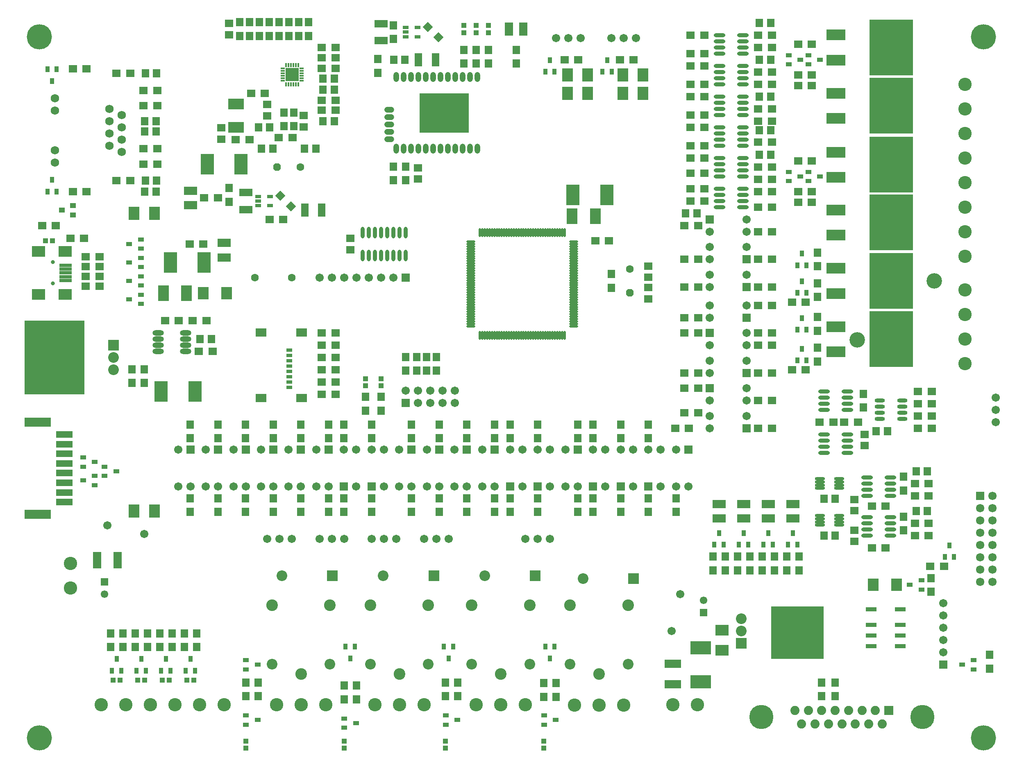
<source format=gts>
%FSAX44Y44*%
%MOMM*%
G71*
G01*
G75*
G04 Layer_Color=8388736*
%ADD10R,0.8000X0.8000*%
%ADD11R,1.3500X1.5000*%
%ADD12R,0.7000X1.0000*%
%ADD13R,1.0000X0.7000*%
%ADD14R,3.8100X2.0300*%
%ADD15R,8.8900X11.4300*%
%ADD16R,1.5000X1.3500*%
%ADD17O,1.6500X0.3000*%
%ADD18O,0.3000X1.6500*%
G04:AMPARAMS|DCode=19|XSize=1mm|YSize=1.85mm|CornerRadius=0.5mm|HoleSize=0mm|Usage=FLASHONLY|Rotation=0.000|XOffset=0mm|YOffset=0mm|HoleType=Round|Shape=RoundedRectangle|*
%AMROUNDEDRECTD19*
21,1,1.0000,0.8500,0,0,0.0*
21,1,0.0000,1.8500,0,0,0.0*
1,1,1.0000,0.0000,-0.4250*
1,1,1.0000,0.0000,-0.4250*
1,1,1.0000,0.0000,0.4250*
1,1,1.0000,0.0000,0.4250*
%
%ADD19ROUNDEDRECTD19*%
%ADD20R,1.4500X1.3500*%
%ADD21R,2.6000X1.5000*%
%ADD22R,2.6000X4.1000*%
%ADD23R,2.5000X2.0000*%
%ADD24R,1.3500X1.4500*%
%ADD25R,2.0000X2.5000*%
%ADD26R,1.5000X3.2000*%
%ADD27R,3.2000X1.5000*%
%ADD28R,0.8000X0.8000*%
%ADD29O,2.2000X0.6000*%
%ADD30R,3.2000X1.2000*%
%ADD31R,5.3000X1.7000*%
%ADD32O,1.9000X0.4100*%
%ADD33R,2.6000X1.3500*%
%ADD34R,1.3500X2.6000*%
%ADD35R,1.0000X0.6000*%
%ADD36R,1.0500X0.6000*%
%ADD37R,2.0000X1.5000*%
G04:AMPARAMS|DCode=38|XSize=1mm|YSize=1.85mm|CornerRadius=0.5mm|HoleSize=0mm|Usage=FLASHONLY|Rotation=90.000|XOffset=0mm|YOffset=0mm|HoleType=Round|Shape=RoundedRectangle|*
%AMROUNDEDRECTD38*
21,1,1.0000,0.8500,0,0,90.0*
21,1,0.0000,1.8500,0,0,90.0*
1,1,1.0000,0.4250,0.0000*
1,1,1.0000,0.4250,0.0000*
1,1,1.0000,-0.4250,0.0000*
1,1,1.0000,-0.4250,0.0000*
%
%ADD38ROUNDEDRECTD38*%
%ADD39R,10.0000X8.0000*%
%ADD40P,1.8385X4X270.0*%
%ADD41R,1.5000X2.6000*%
%ADD42O,0.6000X2.2000*%
%ADD43R,2.1000X2.3000*%
%ADD44R,2.0000X0.7000*%
%ADD45R,2.1000X2.9900*%
%ADD46O,2.1500X0.9000*%
%ADD47R,4.1000X2.6000*%
%ADD48R,0.9500X0.9000*%
%ADD49R,0.9500X0.9000*%
%ADD50R,2.5000X2.5000*%
%ADD51O,0.7500X0.2000*%
%ADD52O,0.2000X0.7500*%
%ADD53R,2.9900X2.1000*%
%ADD54R,2.3000X0.5000*%
%ADD55O,1.9000X0.6000*%
%ADD56C,0.2540*%
%ADD57C,1.0000*%
%ADD58C,4.0000*%
%ADD59C,0.3840*%
%ADD60C,1.5000*%
%ADD61C,0.9000*%
%ADD62C,2.0000*%
%ADD63C,0.8000*%
%ADD64C,0.5000*%
%ADD65C,0.3810*%
%ADD66C,0.5240*%
%ADD67C,0.5080*%
%ADD68R,2.0320X2.1590*%
%ADD69R,3.5560X1.2700*%
%ADD70R,3.3020X1.2700*%
%ADD71R,3.3020X1.3970*%
%ADD72R,1.2700X1.2700*%
%ADD73R,1.9050X1.2946*%
%ADD74R,2.0320X2.0320*%
%ADD75R,1.1569X2.0320*%
%ADD76R,2.5400X1.2700*%
%ADD77R,2.1590X2.1590*%
%ADD78R,0.8890X0.5080*%
%ADD79R,0.8890X1.1430*%
%ADD80R,11.4300X23.4950*%
%ADD81R,11.4300X23.3680*%
%ADD82R,9.9060X12.1920*%
%ADD83R,0.8890X0.6350*%
%ADD84R,6.6040X3.9370*%
%ADD85R,3.5560X6.4770*%
%ADD86R,2.7940X2.2860*%
%ADD87R,12.4460X15.2400*%
%ADD88R,2.2860X2.2860*%
%ADD89R,3.8100X1.5240*%
%ADD90R,2.2860X11.1760*%
%ADD91R,1.2700X2.2860*%
%ADD92C,5.0000*%
%ADD93R,1.5000X1.5000*%
%ADD94C,1.5000*%
%ADD95C,4.8000*%
%ADD96C,1.6900*%
%ADD97R,1.6900X1.6900*%
%ADD98R,1.5000X1.5000*%
%ADD99P,1.5154X8X112.5*%
%ADD100C,1.4000*%
%ADD101R,1.3500X1.3500*%
%ADD102C,1.3500*%
%ADD103C,2.5400*%
%ADD104P,1.5154X8X22.5*%
%ADD105R,1.5200X1.5200*%
%ADD106C,1.5200*%
%ADD107R,2.0000X2.0000*%
%ADD108C,2.0000*%
%ADD109C,2.2000*%
%ADD110R,2.0000X2.0000*%
%ADD111C,1.5240*%
%ADD112C,0.6000*%
%ADD113C,0.8000*%
%ADD114C,3.0000*%
%ADD115C,2.5000*%
%ADD116C,4.2500*%
%ADD117C,4.0000*%
%ADD118R,2.8000X2.1000*%
%ADD119R,1.9000X0.6000*%
%ADD120R,1.0160X1.2700*%
%ADD121R,1.2805X1.2700*%
%ADD122R,12.7000X12.7000*%
%ADD123R,1.3970X2.0320*%
%ADD124R,2.4130X2.5400*%
%ADD125R,5.5880X2.0320*%
%ADD126C,0.0127*%
%ADD127C,0.2500*%
%ADD128C,0.6000*%
%ADD129C,0.2000*%
%ADD130C,0.1270*%
%ADD131C,0.1000*%
%ADD132C,0.1500*%
%ADD133R,2.7940X0.3810*%
%ADD134R,0.5500X3.9000*%
%ADD135R,2.5400X0.2540*%
%ADD136R,0.2540X2.5400*%
%ADD137R,0.3810X2.7940*%
%ADD138R,0.8000X2.8000*%
%ADD139R,3.9000X0.5500*%
%ADD140R,10.7950X10.7950*%
%ADD141R,1.0032X1.0032*%
%ADD142R,1.5532X1.7032*%
%ADD143R,0.9032X1.2032*%
%ADD144R,1.2032X0.9032*%
%ADD145R,4.0132X2.2332*%
%ADD146R,9.0932X11.6332*%
%ADD147R,1.7032X1.5532*%
%ADD148O,1.8532X0.5032*%
%ADD149O,0.5032X1.8532*%
G04:AMPARAMS|DCode=150|XSize=1.2032mm|YSize=2.0532mm|CornerRadius=0.6016mm|HoleSize=0mm|Usage=FLASHONLY|Rotation=0.000|XOffset=0mm|YOffset=0mm|HoleType=Round|Shape=RoundedRectangle|*
%AMROUNDEDRECTD150*
21,1,1.2032,0.8500,0,0,0.0*
21,1,0.0000,2.0532,0,0,0.0*
1,1,1.2032,0.0000,-0.4250*
1,1,1.2032,0.0000,-0.4250*
1,1,1.2032,0.0000,0.4250*
1,1,1.2032,0.0000,0.4250*
%
%ADD150ROUNDEDRECTD150*%
%ADD151R,1.6532X1.5532*%
%ADD152R,2.8032X1.7032*%
%ADD153R,2.8032X4.3032*%
%ADD154R,2.7032X2.2032*%
%ADD155R,1.5532X1.6532*%
%ADD156R,2.2032X2.7032*%
%ADD157R,1.7032X3.4032*%
%ADD158R,3.4032X1.7032*%
%ADD159R,1.0032X1.0032*%
%ADD160O,2.4032X0.8032*%
%ADD161R,3.4032X1.4032*%
%ADD162R,5.5032X1.9032*%
%ADD163O,2.1032X0.6132*%
%ADD164R,2.8032X1.5532*%
%ADD165R,1.5532X2.8032*%
%ADD166R,1.2032X0.8032*%
%ADD167R,1.2532X0.8032*%
%ADD168R,2.2032X1.7032*%
G04:AMPARAMS|DCode=169|XSize=1.2032mm|YSize=2.0532mm|CornerRadius=0.6016mm|HoleSize=0mm|Usage=FLASHONLY|Rotation=90.000|XOffset=0mm|YOffset=0mm|HoleType=Round|Shape=RoundedRectangle|*
%AMROUNDEDRECTD169*
21,1,1.2032,0.8500,0,0,90.0*
21,1,0.0000,2.0532,0,0,90.0*
1,1,1.2032,0.4250,0.0000*
1,1,1.2032,0.4250,0.0000*
1,1,1.2032,-0.4250,0.0000*
1,1,1.2032,-0.4250,0.0000*
%
%ADD169ROUNDEDRECTD169*%
%ADD170R,10.2032X8.2032*%
%ADD171P,2.1258X4X270.0*%
%ADD172R,1.7032X2.8032*%
%ADD173O,0.8032X2.4032*%
%ADD174R,2.3032X2.5032*%
%ADD175R,2.2032X0.9032*%
%ADD176R,2.3032X3.1932*%
%ADD177O,2.3532X1.1032*%
%ADD178R,4.3032X2.8032*%
%ADD179R,1.1532X1.1032*%
%ADD180R,1.1532X1.1032*%
%ADD181R,2.7032X2.7032*%
%ADD182O,0.9532X0.4032*%
%ADD183O,0.4032X0.9532*%
%ADD184R,3.1932X2.3032*%
%ADD185R,2.5032X0.7032*%
%ADD186O,2.1032X0.8032*%
%ADD187C,5.2032*%
%ADD188R,1.7032X1.7032*%
%ADD189C,1.7032*%
%ADD190C,5.0032*%
%ADD191C,1.8932*%
%ADD192R,1.8932X1.8932*%
%ADD193R,1.7032X1.7032*%
%ADD194P,1.7353X8X112.5*%
%ADD195C,1.6032*%
%ADD196R,1.5532X1.5532*%
%ADD197C,1.5532*%
%ADD198C,2.7432*%
%ADD199P,1.7353X8X22.5*%
%ADD200R,1.7232X1.7232*%
%ADD201C,1.7232*%
%ADD202R,2.2032X2.2032*%
%ADD203C,2.2032*%
%ADD204C,2.4032*%
%ADD205R,2.2032X2.2032*%
%ADD206C,1.7272*%
%ADD207C,0.8032*%
%ADD208C,3.2032*%
%ADD209C,4.2032*%
D87*
X00455930Y01111250D02*
D03*
D140*
X01990725Y00542925D02*
D03*
D141*
X01466850Y00303650D02*
D03*
Y00318650D02*
D03*
X01263650D02*
D03*
Y00303650D02*
D03*
X00850900D02*
D03*
Y00318650D02*
D03*
X01054100Y00303650D02*
D03*
Y00318650D02*
D03*
X01130300Y01067950D02*
D03*
Y01052950D02*
D03*
X01301750Y01798200D02*
D03*
Y01783200D02*
D03*
X01327150Y01798200D02*
D03*
Y01783200D02*
D03*
X01352550Y01798200D02*
D03*
Y01783200D02*
D03*
X01098550Y01052950D02*
D03*
Y01067950D02*
D03*
D142*
X00816610Y01433550D02*
D03*
Y01462050D02*
D03*
X01155700Y01770100D02*
D03*
Y01798600D02*
D03*
X01993900Y00700050D02*
D03*
Y00671550D02*
D03*
X01968500Y00671550D02*
D03*
Y00700050D02*
D03*
X01943100Y00700050D02*
D03*
Y00671550D02*
D03*
X01917700Y00671550D02*
D03*
Y00700050D02*
D03*
X01892300Y00700050D02*
D03*
Y00671550D02*
D03*
X01866900Y00671550D02*
D03*
Y00700050D02*
D03*
X01841500Y00700050D02*
D03*
Y00671550D02*
D03*
X01816100Y00671550D02*
D03*
Y00700050D02*
D03*
X01739900Y00820700D02*
D03*
Y00792200D02*
D03*
X01682750Y00792200D02*
D03*
Y00820700D02*
D03*
X01625600Y00792200D02*
D03*
Y00820700D02*
D03*
X01568450Y00792200D02*
D03*
Y00820700D02*
D03*
X02266950Y00655600D02*
D03*
Y00627100D02*
D03*
X01022350Y00944600D02*
D03*
Y00973100D02*
D03*
Y00820700D02*
D03*
Y00792200D02*
D03*
X01130300Y01030250D02*
D03*
Y01001750D02*
D03*
X01111250Y00973100D02*
D03*
Y00944600D02*
D03*
X01606550Y01284250D02*
D03*
Y01255750D02*
D03*
X01536700Y00792200D02*
D03*
Y00820700D02*
D03*
X01365242Y00944600D02*
D03*
Y00973100D02*
D03*
Y00792200D02*
D03*
Y00820700D02*
D03*
X01466850Y00438430D02*
D03*
Y00409930D02*
D03*
X00965192Y00944600D02*
D03*
Y00973100D02*
D03*
Y00792200D02*
D03*
Y00820700D02*
D03*
X01098550Y01030250D02*
D03*
Y01001750D02*
D03*
X01409700Y01719300D02*
D03*
Y01747800D02*
D03*
X01123950Y01728750D02*
D03*
Y01700250D02*
D03*
X01250942Y00944600D02*
D03*
Y00973100D02*
D03*
X01054092Y00792200D02*
D03*
Y00820700D02*
D03*
X01250942D02*
D03*
Y00792200D02*
D03*
X01054092Y00973100D02*
D03*
Y00944600D02*
D03*
X01193792D02*
D03*
Y00973100D02*
D03*
Y00820700D02*
D03*
Y00792200D02*
D03*
X02209800Y00754100D02*
D03*
Y00782600D02*
D03*
X01155700Y01478000D02*
D03*
Y01506500D02*
D03*
X01301750Y01747800D02*
D03*
Y01719300D02*
D03*
X01327150D02*
D03*
Y01747800D02*
D03*
X01352550D02*
D03*
Y01719300D02*
D03*
X02127250Y01008100D02*
D03*
Y01036600D02*
D03*
X02032000Y01328700D02*
D03*
Y01300200D02*
D03*
Y01265200D02*
D03*
Y01236700D02*
D03*
Y01195350D02*
D03*
Y01166850D02*
D03*
Y01103350D02*
D03*
Y01131850D02*
D03*
X01181100Y01478000D02*
D03*
Y01506500D02*
D03*
X00596908Y00512800D02*
D03*
Y00541300D02*
D03*
X00571508Y00512800D02*
D03*
Y00541300D02*
D03*
X00736592Y00820700D02*
D03*
Y00792200D02*
D03*
Y00973100D02*
D03*
Y00944600D02*
D03*
X00647708Y00512800D02*
D03*
Y00541300D02*
D03*
X00622308Y00512800D02*
D03*
Y00541300D02*
D03*
X00793742Y00820700D02*
D03*
Y00792200D02*
D03*
Y00973100D02*
D03*
Y00944600D02*
D03*
X00749308Y00512800D02*
D03*
Y00541300D02*
D03*
X00698508D02*
D03*
Y00512800D02*
D03*
X00723908Y00541300D02*
D03*
Y00512800D02*
D03*
X00673108D02*
D03*
Y00541300D02*
D03*
X00908042Y00820700D02*
D03*
Y00792200D02*
D03*
X00850892D02*
D03*
Y00820700D02*
D03*
X00908042Y00944600D02*
D03*
Y00973100D02*
D03*
X00850892D02*
D03*
Y00944600D02*
D03*
X01308092Y00820700D02*
D03*
Y00792200D02*
D03*
Y00973100D02*
D03*
Y00944600D02*
D03*
X01536700Y00973100D02*
D03*
Y00944600D02*
D03*
X01682750Y00973100D02*
D03*
Y00944600D02*
D03*
X01111250Y00792200D02*
D03*
Y00820700D02*
D03*
X01454150Y00792200D02*
D03*
Y00820700D02*
D03*
X01397000Y00792200D02*
D03*
Y00820700D02*
D03*
X01263650Y00411200D02*
D03*
Y00439700D02*
D03*
X01289050Y00411200D02*
D03*
Y00439700D02*
D03*
X01492250Y00438430D02*
D03*
Y00409930D02*
D03*
X01079500Y00433350D02*
D03*
Y00404850D02*
D03*
X01054100Y00433350D02*
D03*
Y00404850D02*
D03*
X00876300Y00411200D02*
D03*
Y00439700D02*
D03*
X00850900Y00411200D02*
D03*
Y00439700D02*
D03*
X00615950Y01058900D02*
D03*
Y01087400D02*
D03*
X00641350Y01058900D02*
D03*
Y01087400D02*
D03*
X00949960Y01618260D02*
D03*
Y01589760D02*
D03*
X00929640D02*
D03*
Y01618260D02*
D03*
X00899160Y01804950D02*
D03*
Y01776450D02*
D03*
X00939800Y01776450D02*
D03*
Y01804950D02*
D03*
X00960120D02*
D03*
Y01776450D02*
D03*
X00838200Y01776450D02*
D03*
Y01804950D02*
D03*
X00858520D02*
D03*
Y01776450D02*
D03*
X00878840D02*
D03*
Y01804950D02*
D03*
X00919480Y01776450D02*
D03*
Y01804950D02*
D03*
X00980440Y01804950D02*
D03*
Y01776450D02*
D03*
X01181100Y01084301D02*
D03*
Y01112801D02*
D03*
X01203960Y01112800D02*
D03*
Y01084300D02*
D03*
X01224280D02*
D03*
Y01112800D02*
D03*
X01244600D02*
D03*
Y01084300D02*
D03*
X01397000Y00973100D02*
D03*
Y00944600D02*
D03*
X01454150Y00973100D02*
D03*
Y00944600D02*
D03*
X01568450Y00973100D02*
D03*
Y00944600D02*
D03*
X01625600Y00973100D02*
D03*
Y00944600D02*
D03*
X02209800Y00865150D02*
D03*
Y00836650D02*
D03*
X02387600Y00468350D02*
D03*
Y00496850D02*
D03*
X02068830Y00439700D02*
D03*
Y00411200D02*
D03*
X02040890Y00439700D02*
D03*
Y00411200D02*
D03*
D143*
X01981200Y00748600D02*
D03*
X01990700Y00724600D02*
D03*
X01971700D02*
D03*
X01930400Y00748600D02*
D03*
X01939900Y00724600D02*
D03*
X01920900D02*
D03*
X01879600Y00748600D02*
D03*
X01889100Y00724600D02*
D03*
X01870100D02*
D03*
X01828800Y00748600D02*
D03*
X01838300Y00724600D02*
D03*
X01819300D02*
D03*
X02295550Y00699200D02*
D03*
X02314550D02*
D03*
X02305050Y00723200D02*
D03*
X00736600Y00488250D02*
D03*
X00746100Y00464250D02*
D03*
X00727100D02*
D03*
X00685800Y00488250D02*
D03*
X00695300Y00464250D02*
D03*
X00676300D02*
D03*
X00635000Y00488250D02*
D03*
X00644500Y00464250D02*
D03*
X00625500D02*
D03*
X00584200Y00488250D02*
D03*
X00593700Y00464250D02*
D03*
X00574700D02*
D03*
X01270000Y00489650D02*
D03*
X01260500Y00513650D02*
D03*
X01279500D02*
D03*
X02000250Y01326450D02*
D03*
X02009750Y01302450D02*
D03*
X01990750D02*
D03*
X02000250Y01269300D02*
D03*
X02009750Y01245300D02*
D03*
X01990750D02*
D03*
X02000250Y01129600D02*
D03*
X02009750Y01105600D02*
D03*
X01990750D02*
D03*
X02000250Y01193100D02*
D03*
X02009750Y01169100D02*
D03*
X01990750D02*
D03*
X00450850Y01478850D02*
D03*
X00460350Y01454850D02*
D03*
X00441350D02*
D03*
X01076300Y00513650D02*
D03*
X01057300D02*
D03*
X01066800Y00489650D02*
D03*
X00450850Y01683450D02*
D03*
X00441350Y01707450D02*
D03*
X00460350D02*
D03*
X01479550Y01726500D02*
D03*
X01489050Y01702500D02*
D03*
X01470050D02*
D03*
X01597660Y01726500D02*
D03*
X01607160Y01702500D02*
D03*
X01588160D02*
D03*
X01489050Y00513650D02*
D03*
X01470050D02*
D03*
X01479550Y00489650D02*
D03*
D144*
X02247200Y00631850D02*
D03*
Y00650850D02*
D03*
X02223200Y00641350D02*
D03*
X00851600Y00485750D02*
D03*
Y00466750D02*
D03*
X00875600Y00476250D02*
D03*
X01288350Y00361950D02*
D03*
X01264350Y00352450D02*
D03*
Y00371450D02*
D03*
X00583500Y00876300D02*
D03*
X00559500Y00866800D02*
D03*
Y00885800D02*
D03*
X00515050Y00857250D02*
D03*
X00539050Y00866750D02*
D03*
Y00847750D02*
D03*
Y00895350D02*
D03*
X00515050Y00885850D02*
D03*
Y00904850D02*
D03*
X01054800Y00365100D02*
D03*
Y00346100D02*
D03*
X01078800Y00355600D02*
D03*
X00851600Y00371450D02*
D03*
Y00352450D02*
D03*
X00875600Y00361950D02*
D03*
X02037650Y01485900D02*
D03*
X02013650Y01476400D02*
D03*
Y01495400D02*
D03*
X01997010Y01485900D02*
D03*
X01973010Y01476400D02*
D03*
Y01495400D02*
D03*
X01997010Y01727200D02*
D03*
X01973010Y01717700D02*
D03*
Y01736700D02*
D03*
X02037650Y01727200D02*
D03*
X02013650Y01717700D02*
D03*
Y01736700D02*
D03*
X00610300Y01308100D02*
D03*
X00634300Y01317600D02*
D03*
Y01298600D02*
D03*
X00610300Y01270000D02*
D03*
X00634300Y01279500D02*
D03*
Y01260500D02*
D03*
X00610300Y01231900D02*
D03*
X00634300Y01241400D02*
D03*
Y01222400D02*
D03*
X00610300Y01346200D02*
D03*
X00634300Y01355700D02*
D03*
Y01336700D02*
D03*
X01467550Y00371450D02*
D03*
Y00352450D02*
D03*
X01491550Y00361950D02*
D03*
X02331150Y00476250D02*
D03*
X02355150Y00485750D02*
D03*
Y00466750D02*
D03*
D145*
X02070100Y01484080D02*
D03*
Y01535980D02*
D03*
Y01726650D02*
D03*
Y01778550D02*
D03*
Y01364700D02*
D03*
Y01416600D02*
D03*
Y01606000D02*
D03*
Y01657900D02*
D03*
Y01123400D02*
D03*
Y01175300D02*
D03*
Y01244050D02*
D03*
Y01295950D02*
D03*
D146*
X02184400Y01510030D02*
D03*
Y01752600D02*
D03*
Y01390650D02*
D03*
Y01631950D02*
D03*
Y01149350D02*
D03*
Y01270000D02*
D03*
D147*
X01938300Y01079500D02*
D03*
X01909800D02*
D03*
X01601750Y01352550D02*
D03*
X01573250D02*
D03*
X01738350Y00965200D02*
D03*
X01766850D02*
D03*
X01757400Y01162050D02*
D03*
X01785900D02*
D03*
X01757400Y01193800D02*
D03*
X01785900D02*
D03*
X01909800Y01219200D02*
D03*
X01938300D02*
D03*
X01757400Y01079500D02*
D03*
X01785900D02*
D03*
X00735050Y01346200D02*
D03*
X00763550D02*
D03*
X02293900Y00679450D02*
D03*
X02265400D02*
D03*
X01008100Y01709420D02*
D03*
X01036600D02*
D03*
X00928650Y01397000D02*
D03*
X00900150D02*
D03*
X01538250Y01727200D02*
D03*
X01509750D02*
D03*
X01652550D02*
D03*
X01624050D02*
D03*
X00522250Y01708150D02*
D03*
X00493750D02*
D03*
X02268500Y00965200D02*
D03*
X02240000D02*
D03*
X01036600Y01162050D02*
D03*
X01008100D02*
D03*
Y01136650D02*
D03*
X01036600D02*
D03*
Y01111250D02*
D03*
X01008100D02*
D03*
Y01085850D02*
D03*
X01036600D02*
D03*
Y01035050D02*
D03*
X01008100D02*
D03*
Y01060450D02*
D03*
X01036600D02*
D03*
X01770100Y01492250D02*
D03*
X01798600D02*
D03*
Y01524000D02*
D03*
X01770100D02*
D03*
X01938300Y01479550D02*
D03*
X01909800D02*
D03*
Y01504950D02*
D03*
X01938300D02*
D03*
X02233650Y00825500D02*
D03*
X02262150D02*
D03*
X02144750Y00803910D02*
D03*
X02173250D02*
D03*
X01770100Y01435100D02*
D03*
X01798600D02*
D03*
X02233650Y00850900D02*
D03*
X02262150D02*
D03*
X01909800Y01422400D02*
D03*
X01938300D02*
D03*
X02233650Y00768350D02*
D03*
X02262150D02*
D03*
X02233650Y00742950D02*
D03*
X02262150D02*
D03*
X02144750Y00717550D02*
D03*
X02173250D02*
D03*
X01770100Y01549400D02*
D03*
X01798600D02*
D03*
Y01587500D02*
D03*
X01770100D02*
D03*
X02240000Y01041400D02*
D03*
X02268500D02*
D03*
X01798600Y01612900D02*
D03*
X01770100D02*
D03*
X02268500Y01016000D02*
D03*
X02240000D02*
D03*
X01798600Y01651000D02*
D03*
X01770100D02*
D03*
X01938300Y01557020D02*
D03*
X01909800D02*
D03*
Y01600200D02*
D03*
X01938300D02*
D03*
Y01625600D02*
D03*
X01909800D02*
D03*
X02087600Y00977900D02*
D03*
X02116100D02*
D03*
X02065300D02*
D03*
X02036800D02*
D03*
X02268500Y00990600D02*
D03*
X02240000D02*
D03*
X01909800Y01257300D02*
D03*
X01938300D02*
D03*
X01757400D02*
D03*
X01785900D02*
D03*
X01938300Y01371600D02*
D03*
X01909800D02*
D03*
X01757400Y01384300D02*
D03*
X01785900D02*
D03*
X01909800Y01314450D02*
D03*
X01938300D02*
D03*
X01757400D02*
D03*
X01785900D02*
D03*
X01979650Y01225550D02*
D03*
X02008150D02*
D03*
X01938300Y01701800D02*
D03*
X01909800D02*
D03*
X01798600Y01676400D02*
D03*
X01770100D02*
D03*
X02008150Y01085850D02*
D03*
X01979650D02*
D03*
X01770100Y01714500D02*
D03*
X01798600D02*
D03*
X01938300Y01676400D02*
D03*
X01909800D02*
D03*
X01992350Y01432560D02*
D03*
X02020850D02*
D03*
Y01454150D02*
D03*
X01992350D02*
D03*
Y01517650D02*
D03*
X02020850D02*
D03*
X01938300Y01752600D02*
D03*
X01909800D02*
D03*
X01992350Y01673860D02*
D03*
X02020850D02*
D03*
X01798600Y01739900D02*
D03*
X01770100D02*
D03*
X01992350Y01695450D02*
D03*
X02020850D02*
D03*
Y01758950D02*
D03*
X01992350D02*
D03*
X01770100Y01778000D02*
D03*
X01798600D02*
D03*
X01938300D02*
D03*
X01909800D02*
D03*
Y01454150D02*
D03*
X01938300D02*
D03*
X01770100Y01460500D02*
D03*
X01798600D02*
D03*
X01909800Y01136650D02*
D03*
X01938300D02*
D03*
X01757400Y00996950D02*
D03*
X01785900D02*
D03*
X01938300Y00965200D02*
D03*
X01909800D02*
D03*
X01757400Y01047750D02*
D03*
X01785900D02*
D03*
X01909800Y01022350D02*
D03*
X01938300D02*
D03*
X00712750Y01187450D02*
D03*
X00684250D02*
D03*
X00769900D02*
D03*
X00741400D02*
D03*
X00754100Y01123950D02*
D03*
X00782600D02*
D03*
X00947700Y01565910D02*
D03*
X00919200D02*
D03*
X00830300Y01562100D02*
D03*
X00858800D02*
D03*
X00890550Y01657350D02*
D03*
X00862050D02*
D03*
X00612420Y01477010D02*
D03*
X00583920D02*
D03*
Y01699260D02*
D03*
X00612420D02*
D03*
X01008100Y01752600D02*
D03*
X01036600D02*
D03*
Y01731010D02*
D03*
X01008100D02*
D03*
Y01643380D02*
D03*
X01036600D02*
D03*
Y01623060D02*
D03*
X01008100D02*
D03*
X00639800Y01543050D02*
D03*
X00668300D02*
D03*
Y01511300D02*
D03*
X00639800D02*
D03*
Y01663700D02*
D03*
X00668300D02*
D03*
Y01631950D02*
D03*
X00639800D02*
D03*
X00548920Y01258570D02*
D03*
X00520420D02*
D03*
X00548920Y01278890D02*
D03*
X00520420D02*
D03*
X00548920Y01299210D02*
D03*
X00520420D02*
D03*
Y01319530D02*
D03*
X00548920D02*
D03*
X00765250Y01441450D02*
D03*
X00793750D02*
D03*
X00488670Y01357630D02*
D03*
X00517170D02*
D03*
X00430250Y01384300D02*
D03*
X00458750D02*
D03*
X00493750Y01454150D02*
D03*
X00522250D02*
D03*
X01909800Y01162050D02*
D03*
X01938300D02*
D03*
D148*
X01316400Y01211150D02*
D03*
Y01281150D02*
D03*
Y01276150D02*
D03*
Y01271150D02*
D03*
Y01266150D02*
D03*
X01528400Y01176150D02*
D03*
Y01181150D02*
D03*
Y01186150D02*
D03*
Y01191150D02*
D03*
Y01196150D02*
D03*
Y01201150D02*
D03*
Y01206150D02*
D03*
Y01211150D02*
D03*
Y01216150D02*
D03*
Y01221150D02*
D03*
Y01226150D02*
D03*
Y01231150D02*
D03*
Y01236150D02*
D03*
Y01241150D02*
D03*
Y01246150D02*
D03*
Y01251150D02*
D03*
Y01256150D02*
D03*
Y01261150D02*
D03*
Y01266150D02*
D03*
Y01271150D02*
D03*
Y01276150D02*
D03*
Y01281150D02*
D03*
Y01286150D02*
D03*
Y01291150D02*
D03*
Y01296150D02*
D03*
Y01301150D02*
D03*
Y01306150D02*
D03*
Y01311150D02*
D03*
Y01316150D02*
D03*
Y01321150D02*
D03*
Y01326150D02*
D03*
Y01331150D02*
D03*
Y01336150D02*
D03*
Y01341150D02*
D03*
Y01346150D02*
D03*
Y01351150D02*
D03*
X01316400D02*
D03*
Y01346150D02*
D03*
Y01341150D02*
D03*
Y01336150D02*
D03*
Y01331150D02*
D03*
Y01326150D02*
D03*
Y01321150D02*
D03*
Y01316150D02*
D03*
Y01311150D02*
D03*
Y01306150D02*
D03*
Y01301150D02*
D03*
Y01296150D02*
D03*
Y01291150D02*
D03*
Y01286150D02*
D03*
Y01261150D02*
D03*
Y01256150D02*
D03*
Y01251150D02*
D03*
Y01246150D02*
D03*
Y01241150D02*
D03*
Y01236150D02*
D03*
Y01231150D02*
D03*
Y01226150D02*
D03*
Y01221150D02*
D03*
Y01216150D02*
D03*
Y01206150D02*
D03*
Y01201150D02*
D03*
Y01196150D02*
D03*
Y01191150D02*
D03*
Y01186150D02*
D03*
Y01181150D02*
D03*
Y01176150D02*
D03*
D149*
X01459900Y01369650D02*
D03*
X01464900D02*
D03*
X01489900D02*
D03*
X01484900D02*
D03*
X01509900D02*
D03*
X01504900D02*
D03*
X01499900D02*
D03*
X01494900D02*
D03*
X01479900D02*
D03*
X01474900D02*
D03*
X01469900D02*
D03*
X01454900D02*
D03*
X01449900D02*
D03*
X01444900D02*
D03*
X01439900D02*
D03*
X01434900D02*
D03*
X01429900D02*
D03*
X01424900D02*
D03*
X01419900D02*
D03*
X01414900D02*
D03*
X01409900D02*
D03*
X01404900D02*
D03*
X01399900D02*
D03*
X01394900D02*
D03*
X01389900D02*
D03*
X01384900D02*
D03*
X01379900D02*
D03*
X01374900D02*
D03*
X01369900D02*
D03*
X01364900D02*
D03*
X01359900D02*
D03*
X01354900D02*
D03*
X01349900D02*
D03*
X01344900D02*
D03*
X01339900D02*
D03*
X01334900D02*
D03*
Y01157650D02*
D03*
X01339900D02*
D03*
X01344900D02*
D03*
X01349900D02*
D03*
X01354900D02*
D03*
X01359900D02*
D03*
X01364900D02*
D03*
X01369900D02*
D03*
X01374900D02*
D03*
X01379900D02*
D03*
X01384900D02*
D03*
X01389900D02*
D03*
X01394900D02*
D03*
X01399900D02*
D03*
X01404900D02*
D03*
X01409900D02*
D03*
X01414900D02*
D03*
X01419900D02*
D03*
X01424900D02*
D03*
X01429900D02*
D03*
X01434900D02*
D03*
X01439900D02*
D03*
X01444900D02*
D03*
X01449900D02*
D03*
X01454900D02*
D03*
X01459900D02*
D03*
X01464900D02*
D03*
X01469900D02*
D03*
X01474900D02*
D03*
X01479900D02*
D03*
X01484900D02*
D03*
X01489900D02*
D03*
X01494900D02*
D03*
X01499900D02*
D03*
X01504900D02*
D03*
X01509900D02*
D03*
D150*
X01283970Y01543050D02*
D03*
X01238250D02*
D03*
X01268730D02*
D03*
X01299210D02*
D03*
X01162050Y01691750D02*
D03*
X01177290D02*
D03*
X01192530D02*
D03*
X01207770D02*
D03*
X01223010D02*
D03*
X01238250D02*
D03*
X01253490D02*
D03*
X01268730D02*
D03*
X01283970D02*
D03*
X01299210D02*
D03*
X01314450D02*
D03*
X01329690D02*
D03*
Y01543050D02*
D03*
X01314450D02*
D03*
X01253490D02*
D03*
X01223010D02*
D03*
X01207770D02*
D03*
X01192530D02*
D03*
X01177290D02*
D03*
X01162050D02*
D03*
D151*
X01066800Y01357950D02*
D03*
Y01334450D02*
D03*
X01682750Y01256350D02*
D03*
Y01232850D02*
D03*
Y01277300D02*
D03*
Y01300800D02*
D03*
X01206500Y01504000D02*
D03*
Y01480500D02*
D03*
X02129790Y00929320D02*
D03*
Y00952820D02*
D03*
X02108200Y00754700D02*
D03*
Y00731200D02*
D03*
Y00794700D02*
D03*
Y00818200D02*
D03*
X00800100Y01563050D02*
D03*
Y01586550D02*
D03*
X00895350Y01634810D02*
D03*
Y01611310D02*
D03*
X00816610Y01802450D02*
D03*
Y01778950D02*
D03*
X00970280Y01588450D02*
D03*
Y01611950D02*
D03*
D152*
X01981200Y00778750D02*
D03*
Y00808750D02*
D03*
X01828800Y00778750D02*
D03*
Y00808750D02*
D03*
X01879600Y00778750D02*
D03*
Y00808750D02*
D03*
X01930400Y00778750D02*
D03*
Y00808750D02*
D03*
X00806450Y01318500D02*
D03*
Y01348500D02*
D03*
X00736600Y01426450D02*
D03*
Y01456450D02*
D03*
D153*
X01527100Y01447800D02*
D03*
X01597100D02*
D03*
X00765250Y01308100D02*
D03*
X00695250D02*
D03*
X00746200Y01041400D02*
D03*
X00676200D02*
D03*
X00841450Y01511300D02*
D03*
X00771450D02*
D03*
D154*
X01835150Y00548050D02*
D03*
Y00506050D02*
D03*
X00477550Y01242010D02*
D03*
Y01331010D02*
D03*
X00422550D02*
D03*
Y01242010D02*
D03*
D155*
X02177100Y00958850D02*
D03*
X02153600D02*
D03*
X01912300Y01530350D02*
D03*
X01935800D02*
D03*
X02259650Y00876300D02*
D03*
X02236150D02*
D03*
X01783400Y01409700D02*
D03*
X01759900D02*
D03*
X02045650Y00819150D02*
D03*
X02069150D02*
D03*
X02259650Y00793750D02*
D03*
X02236150D02*
D03*
X02069150Y00742950D02*
D03*
X02045650D02*
D03*
X01180150Y01727200D02*
D03*
X01156650D02*
D03*
X01935800Y01581150D02*
D03*
X01912300D02*
D03*
Y01651000D02*
D03*
X01935800D02*
D03*
X01912300Y01803400D02*
D03*
X01935800D02*
D03*
Y01727200D02*
D03*
X01912300D02*
D03*
X00756600Y01149350D02*
D03*
X00780100D02*
D03*
X00972500Y01543050D02*
D03*
X00996000D02*
D03*
X00883600D02*
D03*
X00907100D02*
D03*
X00900750Y01587500D02*
D03*
X00877250D02*
D03*
X00665800Y01454150D02*
D03*
X00642300D02*
D03*
X01010600Y01600200D02*
D03*
X01034100D02*
D03*
X01010600Y01687830D02*
D03*
X01034100D02*
D03*
Y01664970D02*
D03*
X01010600D02*
D03*
X00642300Y01600200D02*
D03*
X00665800D02*
D03*
Y01578610D02*
D03*
X00642300D02*
D03*
X00643570Y01699260D02*
D03*
X00667070D02*
D03*
Y01477010D02*
D03*
X00643570D02*
D03*
D156*
X00662350Y00793750D02*
D03*
X00620350D02*
D03*
X01557700Y01657350D02*
D03*
X01515700D02*
D03*
X01672000D02*
D03*
X01630000D02*
D03*
Y01695450D02*
D03*
X01672000D02*
D03*
X01515700D02*
D03*
X01557700D02*
D03*
X00662350Y01409700D02*
D03*
X00620350D02*
D03*
D157*
X00586150Y00692150D02*
D03*
X00544150D02*
D03*
D158*
X01733550Y00478200D02*
D03*
Y00436200D02*
D03*
D159*
X00591700Y00444500D02*
D03*
X00576700D02*
D03*
X00642500D02*
D03*
X00627500D02*
D03*
X00744100D02*
D03*
X00729100D02*
D03*
X00693300D02*
D03*
X00678300D02*
D03*
X00452000Y01352550D02*
D03*
X00437000D02*
D03*
D160*
X01830200Y01524000D02*
D03*
Y01511300D02*
D03*
Y01498600D02*
D03*
Y01485900D02*
D03*
X01878200Y01524000D02*
D03*
Y01511300D02*
D03*
Y01498600D02*
D03*
Y01485900D02*
D03*
X01830200Y01460500D02*
D03*
Y01447800D02*
D03*
Y01435100D02*
D03*
Y01422400D02*
D03*
X01878200Y01460500D02*
D03*
Y01447800D02*
D03*
Y01435100D02*
D03*
Y01422400D02*
D03*
X02183000Y00825500D02*
D03*
Y00838200D02*
D03*
Y00850900D02*
D03*
Y00863600D02*
D03*
X02135000Y00825500D02*
D03*
Y00838200D02*
D03*
Y00850900D02*
D03*
Y00863600D02*
D03*
Y00781050D02*
D03*
Y00768350D02*
D03*
Y00755650D02*
D03*
Y00742950D02*
D03*
X02183000Y00781050D02*
D03*
Y00768350D02*
D03*
Y00755650D02*
D03*
Y00742950D02*
D03*
X01830200Y01587500D02*
D03*
Y01574800D02*
D03*
Y01562100D02*
D03*
Y01549400D02*
D03*
X01878200Y01587500D02*
D03*
Y01574800D02*
D03*
Y01562100D02*
D03*
Y01549400D02*
D03*
X02094100Y00914400D02*
D03*
Y00927100D02*
D03*
Y00939800D02*
D03*
Y00952500D02*
D03*
X02046100Y00914400D02*
D03*
Y00927100D02*
D03*
Y00939800D02*
D03*
Y00952500D02*
D03*
X01830200Y01651000D02*
D03*
Y01638300D02*
D03*
Y01625600D02*
D03*
Y01612900D02*
D03*
X01878200Y01651000D02*
D03*
Y01638300D02*
D03*
Y01625600D02*
D03*
Y01612900D02*
D03*
Y01676400D02*
D03*
Y01689100D02*
D03*
Y01701800D02*
D03*
Y01714500D02*
D03*
X01830200Y01676400D02*
D03*
Y01689100D02*
D03*
Y01701800D02*
D03*
Y01714500D02*
D03*
Y01778000D02*
D03*
Y01765300D02*
D03*
Y01752600D02*
D03*
Y01739900D02*
D03*
X01878200Y01778000D02*
D03*
Y01765300D02*
D03*
Y01752600D02*
D03*
Y01739900D02*
D03*
X02094100Y01003300D02*
D03*
Y01016000D02*
D03*
Y01028700D02*
D03*
Y01041400D02*
D03*
X02046100Y01003300D02*
D03*
Y01016000D02*
D03*
Y01028700D02*
D03*
Y01041400D02*
D03*
D161*
X00476250Y00812500D02*
D03*
Y00832500D02*
D03*
Y00852500D02*
D03*
Y00872500D02*
D03*
Y00892500D02*
D03*
Y00912500D02*
D03*
Y00932500D02*
D03*
Y00952500D02*
D03*
D162*
X00421450Y00787150D02*
D03*
Y00978150D02*
D03*
D163*
X02037650Y00784450D02*
D03*
Y00777950D02*
D03*
Y00771450D02*
D03*
Y00764950D02*
D03*
X02077150Y00784450D02*
D03*
Y00777950D02*
D03*
Y00771450D02*
D03*
Y00764950D02*
D03*
Y00841150D02*
D03*
Y00847650D02*
D03*
Y00854150D02*
D03*
Y00860650D02*
D03*
X02037650Y00841150D02*
D03*
Y00847650D02*
D03*
Y00854150D02*
D03*
Y00860650D02*
D03*
D164*
X01130300Y01802100D02*
D03*
Y01766600D02*
D03*
X00850900Y01452850D02*
D03*
Y01417350D02*
D03*
D165*
X01207800Y01727200D02*
D03*
X01243300D02*
D03*
X01008350Y01416050D02*
D03*
X00972850D02*
D03*
D166*
X01181800Y01793850D02*
D03*
Y01784350D02*
D03*
Y01774850D02*
D03*
X01205800D02*
D03*
Y01793850D02*
D03*
X00877000Y01444600D02*
D03*
Y01435100D02*
D03*
Y01425600D02*
D03*
X00901000D02*
D03*
Y01444600D02*
D03*
D167*
X00941350Y01050130D02*
D03*
Y01061130D02*
D03*
Y01072130D02*
D03*
Y01083130D02*
D03*
Y01094130D02*
D03*
Y01105130D02*
D03*
Y01116130D02*
D03*
Y01127130D02*
D03*
D168*
X00882650Y01027430D02*
D03*
Y01163430D02*
D03*
X00966650Y01027430D02*
D03*
Y01163430D02*
D03*
D169*
X01147350Y01562850D02*
D03*
Y01578090D02*
D03*
Y01593330D02*
D03*
Y01608570D02*
D03*
Y01623810D02*
D03*
D170*
X01261050Y01617400D02*
D03*
D171*
X01227644Y01794957D02*
D03*
X01248857Y01773743D02*
D03*
X00922843Y01445707D02*
D03*
X00944057Y01424494D02*
D03*
D172*
X01394700Y01790700D02*
D03*
X01424700D02*
D03*
D173*
X01092200Y01322200D02*
D03*
X01104900D02*
D03*
X01117600D02*
D03*
X01130300D02*
D03*
X01143000D02*
D03*
X01155700D02*
D03*
X01168400D02*
D03*
X01181100D02*
D03*
X01092200Y01370200D02*
D03*
X01104900D02*
D03*
X01117600D02*
D03*
X01130300D02*
D03*
X01143000D02*
D03*
X01155700D02*
D03*
X01168400D02*
D03*
X01181100D02*
D03*
D174*
X02147950Y00641350D02*
D03*
X02195450D02*
D03*
X00763650Y01244600D02*
D03*
X00811150D02*
D03*
D175*
X02143450Y00590550D02*
D03*
Y00558550D02*
D03*
Y00536550D02*
D03*
Y00514550D02*
D03*
X02203450D02*
D03*
Y00536550D02*
D03*
Y00558550D02*
D03*
Y00590550D02*
D03*
D176*
X01573450Y01403350D02*
D03*
X01525350D02*
D03*
X00680800Y01244600D02*
D03*
X00728900D02*
D03*
D177*
X00670500Y01162050D02*
D03*
Y01149350D02*
D03*
Y01136650D02*
D03*
Y01123950D02*
D03*
X00726500Y01162050D02*
D03*
Y01149350D02*
D03*
Y01136650D02*
D03*
Y01123950D02*
D03*
D178*
X01790700Y00441250D02*
D03*
Y00511250D02*
D03*
D179*
X00470850Y01416050D02*
D03*
X00494350Y01406550D02*
D03*
D180*
X00494350Y01425550D02*
D03*
D181*
X00946890Y01696510D02*
D03*
D182*
X00927140Y01684010D02*
D03*
Y01689010D02*
D03*
Y01694010D02*
D03*
Y01699010D02*
D03*
Y01704010D02*
D03*
Y01709010D02*
D03*
X00966640D02*
D03*
Y01704010D02*
D03*
Y01699010D02*
D03*
Y01694010D02*
D03*
Y01689010D02*
D03*
Y01684010D02*
D03*
D183*
X00934390Y01716260D02*
D03*
X00939390D02*
D03*
X00944390D02*
D03*
X00949390D02*
D03*
X00954390D02*
D03*
X00959390D02*
D03*
Y01676760D02*
D03*
X00954390D02*
D03*
X00949390D02*
D03*
X00944390D02*
D03*
X00939390D02*
D03*
X00934390D02*
D03*
D184*
X00830580Y01635680D02*
D03*
Y01587580D02*
D03*
D185*
X00478550Y01286510D02*
D03*
Y01294510D02*
D03*
Y01270510D02*
D03*
Y01278511D02*
D03*
Y01302510D02*
D03*
D186*
X02160900Y01022350D02*
D03*
Y01009650D02*
D03*
Y00996950D02*
D03*
Y00984250D02*
D03*
X02207900Y01022350D02*
D03*
Y01009650D02*
D03*
Y00996950D02*
D03*
Y00984250D02*
D03*
D187*
X02375000Y00325000D02*
D03*
X00425000D02*
D03*
X02375000Y01775000D02*
D03*
X00425000D02*
D03*
D188*
X02292350Y00476250D02*
D03*
X01765300Y00920750D02*
D03*
X01682750Y00844550D02*
D03*
X01625600D02*
D03*
X01568450D02*
D03*
X01022350Y00920750D02*
D03*
X01111250Y00844550D02*
D03*
X01454150D02*
D03*
X01397000D02*
D03*
X01536700Y00920750D02*
D03*
X01365242D02*
D03*
X00965192D02*
D03*
X01250942D02*
D03*
X01054092Y00844550D02*
D03*
X01193792Y00920750D02*
D03*
X00736600D02*
D03*
X00793750D02*
D03*
X00908050D02*
D03*
X00850900D02*
D03*
X01308092D02*
D03*
D189*
X02292350Y00501650D02*
D03*
Y00527050D02*
D03*
Y00552450D02*
D03*
Y00577850D02*
D03*
Y00603250D02*
D03*
X01809750Y01104900D02*
D03*
Y01079500D02*
D03*
X01885950Y01104900D02*
D03*
X01739900Y00920750D02*
D03*
X01765300Y00844550D02*
D03*
X01739900D02*
D03*
X01708150D02*
D03*
X01682750Y00920750D02*
D03*
X01708150D02*
D03*
X01651000D02*
D03*
X01625600D02*
D03*
X01651000Y00844550D02*
D03*
X01593850Y00920750D02*
D03*
X01568450D02*
D03*
X01593850Y00844550D02*
D03*
X00996950D02*
D03*
X01022350D02*
D03*
X00996950Y00920750D02*
D03*
X01003300Y00736600D02*
D03*
X01028700D02*
D03*
X01054100D02*
D03*
X01809750Y01022350D02*
D03*
X01885950Y01047750D02*
D03*
Y01022350D02*
D03*
X00565150Y00764540D02*
D03*
X00641350Y00746760D02*
D03*
X01731010Y00546100D02*
D03*
X01748790Y00622300D02*
D03*
X01606550Y01771650D02*
D03*
X01631950D02*
D03*
X01657350D02*
D03*
X01492250D02*
D03*
X01517650D02*
D03*
X01543050D02*
D03*
X00946150Y00736600D02*
D03*
X00920750D02*
D03*
X00895350D02*
D03*
X01162050D02*
D03*
X01136650D02*
D03*
X01111250D02*
D03*
X02400300Y01028700D02*
D03*
Y01003300D02*
D03*
Y00977900D02*
D03*
X01003300Y01276350D02*
D03*
X01028700D02*
D03*
X01054100D02*
D03*
X01079500D02*
D03*
X01104900D02*
D03*
X01130300D02*
D03*
X01155700D02*
D03*
X01479550Y00736600D02*
D03*
X01454150D02*
D03*
X01428750D02*
D03*
X01270000D02*
D03*
X01244600D02*
D03*
X01219200D02*
D03*
X01136650Y00844550D02*
D03*
X01111250Y00920750D02*
D03*
X01136650D02*
D03*
X01479550D02*
D03*
X01454150D02*
D03*
X01479550Y00844550D02*
D03*
X01422400D02*
D03*
X01397000Y00920750D02*
D03*
X01422400D02*
D03*
X01809750Y00990600D02*
D03*
Y00965200D02*
D03*
X01885950Y00990600D02*
D03*
X01511300Y00920750D02*
D03*
X01536700Y00844550D02*
D03*
X01511300D02*
D03*
X01885950Y01136650D02*
D03*
Y01162050D02*
D03*
X01809750Y01136650D02*
D03*
X01885950Y01219200D02*
D03*
X01809750Y01193800D02*
D03*
Y01219200D02*
D03*
X01339842Y00844550D02*
D03*
X01365242D02*
D03*
X01339842Y00920750D02*
D03*
X00939792D02*
D03*
X00965192Y00844550D02*
D03*
X00939792D02*
D03*
X01225542D02*
D03*
X01250942D02*
D03*
X01225542Y00920750D02*
D03*
X01079492Y00844550D02*
D03*
X01054092Y00920750D02*
D03*
X01079492D02*
D03*
X01168392Y00844550D02*
D03*
X01193792D02*
D03*
X01168392Y00920750D02*
D03*
X01885950Y01282700D02*
D03*
X01809750Y01257300D02*
D03*
Y01282700D02*
D03*
X01885950Y01371600D02*
D03*
Y01397000D02*
D03*
X01809750Y01371600D02*
D03*
X01885950Y01339850D02*
D03*
X01809750Y01314450D02*
D03*
Y01339850D02*
D03*
X00711200Y00844550D02*
D03*
X00736600D02*
D03*
X00711200Y00920750D02*
D03*
X00768350D02*
D03*
X00793750Y00844550D02*
D03*
X00768350D02*
D03*
X00882650D02*
D03*
X00908050D02*
D03*
X00882650Y00920750D02*
D03*
X00825500D02*
D03*
X00850900Y00844550D02*
D03*
X00825500D02*
D03*
X01282692D02*
D03*
X01308092D02*
D03*
X01282692Y00920750D02*
D03*
X01181100Y01042670D02*
D03*
X01206500Y01017270D02*
D03*
Y01042670D02*
D03*
X01231900Y01017270D02*
D03*
Y01042670D02*
D03*
X01257300Y01017270D02*
D03*
Y01042670D02*
D03*
X01282700Y01017270D02*
D03*
Y01042670D02*
D03*
D190*
X01916200Y00368050D02*
D03*
X02249400D02*
D03*
D191*
X01985850Y00382250D02*
D03*
X01999700Y00353850D02*
D03*
X02013550Y00382250D02*
D03*
X02027400Y00353850D02*
D03*
X02041250Y00382250D02*
D03*
X02055100Y00353850D02*
D03*
X02068950Y00382250D02*
D03*
X02082800Y00353850D02*
D03*
X02096650Y00382250D02*
D03*
X02110500Y00353850D02*
D03*
X02124350Y00382250D02*
D03*
X02138200Y00353850D02*
D03*
X02152050Y00382250D02*
D03*
X02165900Y00353850D02*
D03*
D192*
X02179750Y00382250D02*
D03*
D193*
X01885950Y01079500D02*
D03*
X01809750Y01047750D02*
D03*
X01181100Y01276350D02*
D03*
X01885950Y00965200D02*
D03*
X01809750Y01162050D02*
D03*
X01885950Y01193800D02*
D03*
Y01257300D02*
D03*
X01809750Y01397000D02*
D03*
X01885950Y01314450D02*
D03*
X01181100Y01017270D02*
D03*
D194*
X01644650Y01245600D02*
D03*
D195*
Y01294400D02*
D03*
X00964200Y01504950D02*
D03*
X00869950Y01276350D02*
D03*
X00946150D02*
D03*
D196*
X00558800Y00647500D02*
D03*
X01797050Y00584400D02*
D03*
D197*
X00558800Y00622500D02*
D03*
X01797050Y00609400D02*
D03*
D198*
X01733550Y00393700D02*
D03*
X01784350D02*
D03*
X02336800Y01098550D02*
D03*
Y01200150D02*
D03*
Y01149350D02*
D03*
Y01250950D02*
D03*
Y01574800D02*
D03*
Y01524000D02*
D03*
Y01473200D02*
D03*
Y01371600D02*
D03*
Y01422400D02*
D03*
Y01320800D02*
D03*
Y01625600D02*
D03*
Y01676400D02*
D03*
X01117600Y00393700D02*
D03*
X01219200D02*
D03*
X01168400D02*
D03*
X00914400D02*
D03*
X01016000D02*
D03*
X00965200D02*
D03*
X00488950Y00685800D02*
D03*
Y00635000D02*
D03*
X00806450Y00393700D02*
D03*
X00755650D02*
D03*
X00704850D02*
D03*
X00603250D02*
D03*
X00654050D02*
D03*
X00552450D02*
D03*
X01530350Y00392430D02*
D03*
X01631950D02*
D03*
X01581150D02*
D03*
X01377950Y00393700D02*
D03*
X01428750D02*
D03*
X01327150D02*
D03*
D199*
X00915400Y01504950D02*
D03*
D200*
X02368550Y00825500D02*
D03*
D201*
X02393950D02*
D03*
Y00800100D02*
D03*
X02368550D02*
D03*
Y00749300D02*
D03*
X02393950D02*
D03*
Y00774700D02*
D03*
X02368550D02*
D03*
Y00673100D02*
D03*
X02393950D02*
D03*
Y00647700D02*
D03*
X02368550D02*
D03*
Y00698500D02*
D03*
X02393950D02*
D03*
Y00723900D02*
D03*
X02368550D02*
D03*
D202*
X01030200Y00660400D02*
D03*
X01239750D02*
D03*
X01449300D02*
D03*
X01652500Y00654050D02*
D03*
D203*
X00925600Y00660400D02*
D03*
X01135150D02*
D03*
X01344700D02*
D03*
X01521150Y00477200D02*
D03*
X01641150D02*
D03*
X00905200D02*
D03*
X01025200D02*
D03*
X01108400D02*
D03*
X01228400D02*
D03*
X01437950D02*
D03*
X01317950D02*
D03*
X01547900Y00654050D02*
D03*
X00577850Y01085850D02*
D03*
Y01111250D02*
D03*
X01874520Y00571500D02*
D03*
Y00546100D02*
D03*
D204*
X01581150Y00457200D02*
D03*
X01521150Y00599200D02*
D03*
X01641150D02*
D03*
X00965200Y00457200D02*
D03*
X00905200Y00599200D02*
D03*
X01025200D02*
D03*
X01168400Y00457200D02*
D03*
X01108400Y00599200D02*
D03*
X01228400D02*
D03*
X01437950D02*
D03*
X01317950D02*
D03*
X01377950Y00457200D02*
D03*
D205*
X00577850Y01136650D02*
D03*
X01874520Y00520700D02*
D03*
D206*
X00456460Y01647400D02*
D03*
Y01622000D02*
D03*
Y01514800D02*
D03*
Y01540200D02*
D03*
X00594360Y01612900D02*
D03*
Y01587500D02*
D03*
Y01562100D02*
D03*
Y01536700D02*
D03*
X00568960Y01549400D02*
D03*
Y01574800D02*
D03*
Y01600200D02*
D03*
Y01625600D02*
D03*
D207*
X00452550Y01308510D02*
D03*
Y01264511D02*
D03*
D208*
X02114550Y01148080D02*
D03*
X02273300Y01270000D02*
D03*
D209*
X00430530Y01111250D02*
D03*
X02012950Y00546100D02*
D03*
M02*

</source>
